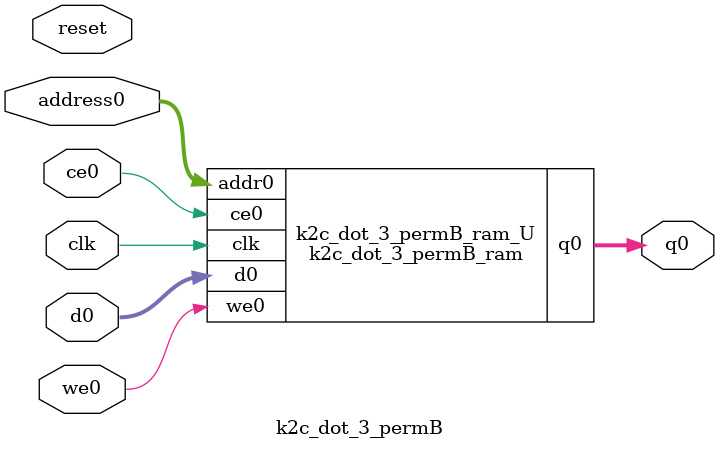
<source format=v>

`timescale 1 ns / 1 ps
module k2c_dot_3_permB_ram (addr0, ce0, d0, we0, q0,  clk);

parameter DWIDTH = 2;
parameter AWIDTH = 3;
parameter MEM_SIZE = 5;

input[AWIDTH-1:0] addr0;
input ce0;
input[DWIDTH-1:0] d0;
input we0;
output reg[DWIDTH-1:0] q0;
input clk;

(* ram_style = "distributed" *)reg [DWIDTH-1:0] ram[0:MEM_SIZE-1];




always @(posedge clk)  
begin 
    if (ce0) 
    begin
        if (we0) 
        begin 
            ram[addr0] <= d0; 
            q0 <= d0;
        end 
        else 
            q0 <= ram[addr0];
    end
end


endmodule


`timescale 1 ns / 1 ps
module k2c_dot_3_permB(
    reset,
    clk,
    address0,
    ce0,
    we0,
    d0,
    q0);

parameter DataWidth = 32'd2;
parameter AddressRange = 32'd5;
parameter AddressWidth = 32'd3;
input reset;
input clk;
input[AddressWidth - 1:0] address0;
input ce0;
input we0;
input[DataWidth - 1:0] d0;
output[DataWidth - 1:0] q0;



k2c_dot_3_permB_ram k2c_dot_3_permB_ram_U(
    .clk( clk ),
    .addr0( address0 ),
    .ce0( ce0 ),
    .we0( we0 ),
    .d0( d0 ),
    .q0( q0 ));

endmodule


</source>
